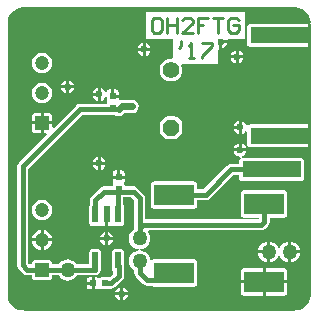
<source format=gbl>
G04 Layer_Physical_Order=2*
G04 Layer_Color=16711680*
%FSLAX44Y44*%
%MOMM*%
G71*
G01*
G75*
%ADD10R,5.0000X1.4730*%
%ADD13R,0.5000X0.6000*%
%ADD16R,5.0000X1.4000*%
%ADD19R,0.6000X0.5000*%
%ADD27C,0.4000*%
%ADD28C,0.6000*%
%ADD29C,0.2540*%
%ADD31P,1.5154X8X112.5*%
%ADD32C,1.4000*%
%ADD33R,1.2000X1.2000*%
%ADD34C,1.2000*%
%ADD35C,0.6000*%
%ADD36C,1.2700*%
%ADD37R,3.4000X1.8000*%
%ADD38R,0.5000X1.4730*%
G36*
X245376Y254737D02*
X247919Y253683D01*
X250208Y252154D01*
X252154Y250208D01*
X253683Y247919D01*
X254737Y245376D01*
X255274Y242676D01*
Y242345D01*
X254004Y241319D01*
X254000Y241320D01*
X204000D01*
X203009Y241123D01*
X202169Y240561D01*
X201607Y239721D01*
X201410Y238730D01*
Y224730D01*
X201607Y223739D01*
X202169Y222899D01*
X203009Y222337D01*
X204000Y222140D01*
X254000D01*
X254004Y222141D01*
X255274Y221115D01*
Y157345D01*
X254004Y156319D01*
X254000Y156320D01*
X204000D01*
X203009Y156123D01*
X202169Y155561D01*
X202152Y155536D01*
X200804Y155805D01*
X200799Y155832D01*
X199574Y157664D01*
X197742Y158889D01*
X196850Y159066D01*
Y153670D01*
Y148274D01*
X197742Y148451D01*
X199574Y149676D01*
X200140Y150523D01*
X201410Y150138D01*
Y139730D01*
X201607Y138739D01*
X202169Y137899D01*
X203009Y137337D01*
X204000Y137140D01*
X254000D01*
X254004Y137141D01*
X255274Y136115D01*
Y12700D01*
Y11324D01*
X254737Y8624D01*
X253683Y6081D01*
X252154Y3792D01*
X250208Y1846D01*
X247919Y317D01*
X245376Y-737D01*
X242676Y-1274D01*
X11324D01*
X8624Y-737D01*
X6081Y317D01*
X3792Y1846D01*
X1846Y3792D01*
X317Y6081D01*
X-737Y8624D01*
X-1274Y11324D01*
Y12700D01*
Y241300D01*
Y242676D01*
X-737Y245376D01*
X317Y247919D01*
X1846Y250208D01*
X3792Y252154D01*
X6081Y253683D01*
X8624Y254737D01*
X11324Y255274D01*
X242676D01*
X245376Y254737D01*
D02*
G37*
%LPC*%
G36*
X87946Y58420D02*
X83820D01*
Y54294D01*
X84712Y54471D01*
X86544Y55696D01*
X87769Y57528D01*
X87946Y58420D01*
D02*
G37*
G36*
X26670Y66866D02*
X25711Y66740D01*
X23633Y65880D01*
X21849Y64511D01*
X20480Y62727D01*
X19620Y60649D01*
X19493Y59690D01*
X26670D01*
Y66866D01*
D02*
G37*
G36*
X29210D02*
Y59690D01*
X36386D01*
X36260Y60649D01*
X35400Y62727D01*
X34031Y64511D01*
X32247Y65880D01*
X30169Y66740D01*
X29210Y66866D01*
D02*
G37*
G36*
X81280Y58420D02*
X77154D01*
X77331Y57528D01*
X78556Y55696D01*
X80388Y54471D01*
X81280Y54294D01*
Y58420D01*
D02*
G37*
G36*
X26670Y57150D02*
X19493D01*
X19620Y56191D01*
X20480Y54113D01*
X21849Y52329D01*
X23633Y50960D01*
X25711Y50100D01*
X26670Y49974D01*
Y57150D01*
D02*
G37*
G36*
X36386D02*
X29210D01*
Y49974D01*
X30169Y50100D01*
X32247Y50960D01*
X34031Y52329D01*
X35400Y54113D01*
X36260Y56191D01*
X36386Y57150D01*
D02*
G37*
G36*
X236220Y57059D02*
X235169Y56921D01*
X233007Y56025D01*
X231150Y54600D01*
X229725Y52743D01*
X229287Y51688D01*
X227913D01*
X227475Y52743D01*
X226050Y54600D01*
X224193Y56025D01*
X222031Y56921D01*
X220980Y57059D01*
Y48260D01*
Y39460D01*
X222031Y39599D01*
X224193Y40495D01*
X226050Y41920D01*
X227475Y43777D01*
X227913Y44832D01*
X229287D01*
X229725Y43777D01*
X231150Y41920D01*
X233007Y40495D01*
X235169Y39599D01*
X236220Y39460D01*
Y48260D01*
Y57059D01*
D02*
G37*
G36*
X81280Y65086D02*
X80388Y64909D01*
X78556Y63684D01*
X77331Y61852D01*
X77154Y60960D01*
X81280D01*
Y65086D01*
D02*
G37*
G36*
X95210Y117270D02*
X93980D01*
Y112950D01*
X97800D01*
Y114680D01*
X97603Y115671D01*
X97041Y116511D01*
X96201Y117073D01*
X95210Y117270D01*
D02*
G37*
G36*
X74930Y121920D02*
X70804D01*
X70981Y121028D01*
X72206Y119196D01*
X74038Y117971D01*
X74930Y117794D01*
Y121920D01*
D02*
G37*
G36*
X81596D02*
X77470D01*
Y117794D01*
X78362Y117971D01*
X80194Y119196D01*
X81419Y121028D01*
X81596Y121920D01*
D02*
G37*
G36*
X91440Y117270D02*
X90210D01*
X89219Y117073D01*
X88379Y116511D01*
X87817Y115671D01*
X87620Y114680D01*
Y112950D01*
X91440D01*
Y117270D01*
D02*
G37*
G36*
X83820Y65086D02*
Y60960D01*
X87946D01*
X87769Y61852D01*
X86544Y63684D01*
X84712Y64909D01*
X83820Y65086D01*
D02*
G37*
G36*
X27940Y92434D02*
X25711Y92140D01*
X23633Y91280D01*
X21849Y89911D01*
X20480Y88127D01*
X19620Y86049D01*
X19326Y83820D01*
X19620Y81591D01*
X20480Y79513D01*
X21849Y77729D01*
X23633Y76360D01*
X25711Y75500D01*
X27940Y75206D01*
X30169Y75500D01*
X32247Y76360D01*
X34031Y77729D01*
X35400Y79513D01*
X36260Y81591D01*
X36554Y83820D01*
X36260Y86049D01*
X35400Y88127D01*
X34031Y89911D01*
X32247Y91280D01*
X30169Y92140D01*
X27940Y92434D01*
D02*
G37*
G36*
X97800Y110410D02*
X92710D01*
X87620D01*
Y108680D01*
X87817Y107689D01*
X88379Y106849D01*
Y106511D01*
X87817Y105671D01*
X87620Y104680D01*
Y103689D01*
X80010D01*
X80010Y103689D01*
X78239Y103337D01*
X76737Y102333D01*
X76737Y102333D01*
X69777Y95373D01*
X68773Y93871D01*
X68421Y92100D01*
X68421Y92100D01*
Y88761D01*
X68157Y88366D01*
X67960Y87375D01*
Y72645D01*
X68157Y71654D01*
X68719Y70814D01*
X69559Y70252D01*
X70550Y70055D01*
X75550D01*
X76541Y70252D01*
X76904Y70495D01*
X78219Y70814D01*
X79059Y70252D01*
X80050Y70055D01*
X81280D01*
Y80010D01*
X83820D01*
Y70055D01*
X85050D01*
X86041Y70252D01*
X86404Y70495D01*
X87300Y70712D01*
X88196Y70495D01*
X88559Y70252D01*
X89550Y70055D01*
X94550D01*
X95541Y70252D01*
X96381Y70814D01*
X96943Y71654D01*
X97140Y72645D01*
Y87375D01*
X96943Y88366D01*
X96679Y88761D01*
Y94431D01*
X103443D01*
X105861Y92013D01*
Y68580D01*
X105861Y68580D01*
X105861Y68580D01*
Y67344D01*
X104150Y66030D01*
X102725Y64173D01*
X101829Y62011D01*
X101523Y59690D01*
X101829Y57369D01*
X102725Y55207D01*
X104150Y53350D01*
X106007Y51925D01*
X108169Y51029D01*
X109845Y50808D01*
X109866Y50805D01*
Y49525D01*
X109845Y49522D01*
X108169Y49301D01*
X106007Y48405D01*
X104150Y46980D01*
X102725Y45123D01*
X101829Y42961D01*
X101523Y40640D01*
X101829Y38319D01*
X102725Y36157D01*
X104150Y34300D01*
X105861Y32986D01*
Y30480D01*
X105861Y30480D01*
X106213Y28709D01*
X107217Y27207D01*
X113547Y20877D01*
X113547Y20877D01*
X115049Y19873D01*
X116820Y19521D01*
X121060D01*
X121709Y19087D01*
X122700Y18890D01*
X156700D01*
X157691Y19087D01*
X158531Y19649D01*
X159093Y20489D01*
X159290Y21480D01*
Y39480D01*
X159093Y40471D01*
X158531Y41311D01*
X157691Y41873D01*
X156700Y42070D01*
X122700D01*
X121709Y41873D01*
X120869Y41311D01*
X120685Y41037D01*
X119364Y41345D01*
X119151Y42961D01*
X118255Y45123D01*
X116830Y46980D01*
X114973Y48405D01*
X112811Y49301D01*
X111135Y49522D01*
X111114Y49525D01*
Y50805D01*
X111135Y50808D01*
X112811Y51029D01*
X114973Y51925D01*
X116830Y53350D01*
X118255Y55207D01*
X119151Y57369D01*
X119457Y59690D01*
X119151Y62011D01*
X118255Y64173D01*
X117451Y65221D01*
X118078Y66491D01*
X213360D01*
X213360Y66491D01*
X215131Y66843D01*
X216633Y67847D01*
X219173Y70387D01*
X219173Y70387D01*
X220177Y71889D01*
X220529Y73660D01*
X220529Y73660D01*
Y77290D01*
X232900D01*
X233891Y77487D01*
X234731Y78049D01*
X235293Y78889D01*
X235490Y79880D01*
Y97880D01*
X235293Y98871D01*
X234731Y99711D01*
X233891Y100273D01*
X232900Y100470D01*
X198900D01*
X197909Y100273D01*
X197069Y99711D01*
X196507Y98871D01*
X196310Y97880D01*
Y79880D01*
X196507Y78889D01*
X197069Y78049D01*
X197909Y77487D01*
X198900Y77290D01*
X211271D01*
Y75749D01*
X115119D01*
Y93980D01*
X114767Y95751D01*
X113763Y97253D01*
X113612Y97354D01*
X108633Y102333D01*
X107131Y103337D01*
X105360Y103689D01*
X105360Y103689D01*
X97800D01*
Y104680D01*
X97603Y105671D01*
X97041Y106511D01*
Y106849D01*
X97603Y107689D01*
X97800Y108680D01*
Y110410D01*
D02*
G37*
G36*
X93980Y18096D02*
X93088Y17919D01*
X91256Y16694D01*
X90031Y14862D01*
X89854Y13970D01*
X93980D01*
Y18096D01*
D02*
G37*
G36*
X96520D02*
Y13970D01*
X100646D01*
X100469Y14862D01*
X99244Y16694D01*
X97412Y17919D01*
X96520Y18096D01*
D02*
G37*
G36*
X69930Y20320D02*
X65610D01*
Y19090D01*
X65807Y18099D01*
X66369Y17259D01*
X67209Y16697D01*
X68200Y16500D01*
X69930D01*
Y20320D01*
D02*
G37*
G36*
X235490Y21610D02*
X217170D01*
Y11290D01*
X232900D01*
X233891Y11487D01*
X234731Y12049D01*
X235293Y12889D01*
X235490Y13880D01*
Y21610D01*
D02*
G37*
G36*
X93980Y11430D02*
X89854D01*
X90031Y10538D01*
X91256Y8706D01*
X93088Y7481D01*
X93980Y7304D01*
Y11430D01*
D02*
G37*
G36*
X100646D02*
X96520D01*
Y7304D01*
X97412Y7481D01*
X99244Y8706D01*
X100469Y10538D01*
X100646Y11430D01*
D02*
G37*
G36*
X214630Y21610D02*
X196310D01*
Y13880D01*
X196507Y12889D01*
X197069Y12049D01*
X197909Y11487D01*
X198900Y11290D01*
X214630D01*
Y21610D01*
D02*
G37*
G36*
X69930Y26680D02*
X68200D01*
X67209Y26483D01*
X66369Y25921D01*
X65807Y25081D01*
X65610Y24090D01*
Y22860D01*
X69930D01*
Y26680D01*
D02*
G37*
G36*
X246290Y46990D02*
X238760D01*
Y39460D01*
X239811Y39599D01*
X241973Y40495D01*
X243830Y41920D01*
X245255Y43777D01*
X246151Y45939D01*
X246290Y46990D01*
D02*
G37*
G36*
X218440Y57059D02*
X217389Y56921D01*
X215227Y56025D01*
X213370Y54600D01*
X211945Y52743D01*
X211049Y50581D01*
X210910Y49530D01*
X218440D01*
Y57059D01*
D02*
G37*
G36*
X238760D02*
Y49530D01*
X246290D01*
X246151Y50581D01*
X245255Y52743D01*
X243830Y54600D01*
X241973Y56025D01*
X239811Y56921D01*
X238760Y57059D01*
D02*
G37*
G36*
X218440Y46990D02*
X210910D01*
X211049Y45939D01*
X211945Y43777D01*
X213370Y41920D01*
X215227Y40495D01*
X217389Y39599D01*
X218440Y39460D01*
Y46990D01*
D02*
G37*
G36*
X214630Y34470D02*
X198900D01*
X197909Y34273D01*
X197069Y33711D01*
X196507Y32871D01*
X196310Y31880D01*
Y24150D01*
X214630D01*
Y34470D01*
D02*
G37*
G36*
X232900D02*
X217170D01*
Y24150D01*
X235490D01*
Y31880D01*
X235293Y32871D01*
X234731Y33711D01*
X233891Y34273D01*
X232900Y34470D01*
D02*
G37*
G36*
X94550Y50965D02*
X89550D01*
X88559Y50768D01*
X87719Y50206D01*
X87157Y49366D01*
X86960Y48375D01*
Y33645D01*
X87157Y32654D01*
X87719Y31814D01*
X88081Y31572D01*
Y29857D01*
X84787Y26563D01*
X84200Y26680D01*
X78200D01*
X77209Y26483D01*
X76369Y25921D01*
X76031D01*
X75191Y26483D01*
X74200Y26680D01*
X72470D01*
Y21590D01*
Y16500D01*
X74200D01*
X75191Y16697D01*
X76031Y17259D01*
X76369D01*
X77209Y16697D01*
X78200Y16500D01*
X84200D01*
X85191Y16697D01*
X85586Y16961D01*
X86360D01*
X86360Y16961D01*
X88131Y17313D01*
X89633Y18317D01*
X95983Y24667D01*
X95983Y24667D01*
X96987Y26168D01*
X97339Y27940D01*
Y35980D01*
X97140Y36981D01*
Y48375D01*
X96943Y49366D01*
X96381Y50206D01*
X95541Y50768D01*
X94550Y50965D01*
D02*
G37*
G36*
X200976Y133350D02*
X190184D01*
X190361Y132458D01*
X191586Y130626D01*
X193418Y129401D01*
X195580Y128972D01*
X195892Y129033D01*
X196259Y127868D01*
X195419Y127306D01*
X194857Y126466D01*
X194660Y125475D01*
Y122739D01*
X187960D01*
X187960Y122739D01*
X186189Y122387D01*
X184687Y121383D01*
X184687Y121383D01*
X164413Y101109D01*
X159290D01*
Y105480D01*
X159093Y106471D01*
X158531Y107311D01*
X157691Y107873D01*
X156700Y108070D01*
X122700D01*
X121709Y107873D01*
X120869Y107311D01*
X120307Y106471D01*
X120110Y105480D01*
Y87480D01*
X120307Y86489D01*
X120869Y85649D01*
X121709Y85087D01*
X122700Y84890D01*
X156700D01*
X157691Y85087D01*
X158531Y85649D01*
X159093Y86489D01*
X159290Y87480D01*
Y91851D01*
X166330D01*
X166330Y91851D01*
X168102Y92203D01*
X169603Y93207D01*
X189877Y113481D01*
X194660D01*
Y110745D01*
X194857Y109754D01*
X195419Y108914D01*
X196259Y108352D01*
X197250Y108155D01*
X247250D01*
X248241Y108352D01*
X249081Y108914D01*
X249643Y109754D01*
X249840Y110745D01*
Y125475D01*
X249643Y126466D01*
X249081Y127306D01*
X248241Y127868D01*
X247250Y128065D01*
X197531D01*
X197406Y129335D01*
X197742Y129401D01*
X199574Y130626D01*
X200799Y132458D01*
X200976Y133350D01*
D02*
G37*
G36*
X27940Y216894D02*
X25711Y216600D01*
X23633Y215740D01*
X21849Y214371D01*
X20480Y212587D01*
X19620Y210509D01*
X19326Y208280D01*
X19620Y206051D01*
X20480Y203973D01*
X21849Y202189D01*
X23633Y200820D01*
X25711Y199960D01*
X27940Y199666D01*
X30169Y199960D01*
X32247Y200820D01*
X34031Y202189D01*
X35400Y203973D01*
X36260Y206051D01*
X36554Y208280D01*
X36260Y210509D01*
X35400Y212587D01*
X34031Y214371D01*
X32247Y215740D01*
X30169Y216600D01*
X27940Y216894D01*
D02*
G37*
G36*
X191770Y212090D02*
X187644D01*
X187821Y211198D01*
X189046Y209366D01*
X190878Y208141D01*
X191770Y207964D01*
Y212090D01*
D02*
G37*
G36*
X198436D02*
X194310D01*
Y207964D01*
X195202Y208141D01*
X197034Y209366D01*
X198259Y211198D01*
X198436Y212090D01*
D02*
G37*
G36*
X50800Y193356D02*
Y189230D01*
X54926D01*
X54749Y190122D01*
X53524Y191954D01*
X51692Y193179D01*
X50800Y193356D01*
D02*
G37*
G36*
X54926Y186690D02*
X50800D01*
Y182564D01*
X51692Y182741D01*
X53524Y183966D01*
X54749Y185798D01*
X54926Y186690D01*
D02*
G37*
G36*
X74930Y187006D02*
X74038Y186829D01*
X72206Y185604D01*
X70981Y183772D01*
X70804Y182880D01*
X74930D01*
Y187006D01*
D02*
G37*
G36*
X48260Y193356D02*
X47368Y193179D01*
X45536Y191954D01*
X44311Y190122D01*
X44134Y189230D01*
X48260D01*
Y193356D01*
D02*
G37*
G36*
X199373Y251756D02*
X115570D01*
Y228600D01*
X138430D01*
Y212618D01*
X137475Y211781D01*
X137160Y211822D01*
X134670Y211494D01*
X132349Y210533D01*
X130356Y209004D01*
X128827Y207011D01*
X127866Y204690D01*
X127538Y202200D01*
X127866Y199710D01*
X128827Y197389D01*
X130356Y195396D01*
X132349Y193867D01*
X134670Y192906D01*
X137160Y192578D01*
X139650Y192906D01*
X141971Y193867D01*
X143964Y195396D01*
X145493Y197389D01*
X146454Y199710D01*
X146782Y202200D01*
X146454Y204690D01*
X145931Y205954D01*
X146637Y207010D01*
X176748D01*
Y219579D01*
X177800Y220442D01*
Y226060D01*
X179070D01*
Y227330D01*
X184466D01*
X185447Y228600D01*
X199373D01*
Y251756D01*
D02*
G37*
G36*
X184466Y224790D02*
X180340D01*
Y220664D01*
X181232Y220841D01*
X183064Y222066D01*
X184289Y223898D01*
X184466Y224790D01*
D02*
G37*
G36*
X113030Y225106D02*
X112138Y224929D01*
X110306Y223704D01*
X109081Y221872D01*
X108904Y220980D01*
X113030D01*
Y225106D01*
D02*
G37*
G36*
X115570D02*
Y220980D01*
X119696D01*
X119519Y221872D01*
X118294Y223704D01*
X116462Y224929D01*
X115570Y225106D01*
D02*
G37*
G36*
X194310Y218756D02*
Y214630D01*
X198436D01*
X198259Y215522D01*
X197034Y217354D01*
X195202Y218579D01*
X194310Y218756D01*
D02*
G37*
G36*
X113030Y218440D02*
X108904D01*
X109081Y217548D01*
X110306Y215716D01*
X112138Y214491D01*
X113030Y214314D01*
Y218440D01*
D02*
G37*
G36*
X119696D02*
X115570D01*
Y214314D01*
X116462Y214491D01*
X118294Y215716D01*
X119519Y217548D01*
X119696Y218440D01*
D02*
G37*
G36*
X191770Y218756D02*
X190878Y218579D01*
X189046Y217354D01*
X187821Y215522D01*
X187644Y214630D01*
X191770D01*
Y218756D01*
D02*
G37*
G36*
X140660Y162990D02*
X133660D01*
X132669Y162793D01*
X131829Y162231D01*
X128329Y158731D01*
X127767Y157891D01*
X127570Y156900D01*
Y149900D01*
X127767Y148909D01*
X128329Y148069D01*
X131829Y144569D01*
X132669Y144007D01*
X133660Y143810D01*
X140660D01*
X141651Y144007D01*
X142491Y144569D01*
X145991Y148069D01*
X146553Y148909D01*
X146750Y149900D01*
Y156900D01*
X146553Y157891D01*
X145991Y158731D01*
X142491Y162231D01*
X141651Y162793D01*
X140660Y162990D01*
D02*
G37*
G36*
X194310Y152400D02*
X190184D01*
X190361Y151508D01*
X191586Y149676D01*
X193418Y148451D01*
X194310Y148274D01*
Y152400D01*
D02*
G37*
G36*
X26670Y156210D02*
X19350D01*
Y151480D01*
X19547Y150489D01*
X20109Y149649D01*
X20949Y149087D01*
X21940Y148890D01*
X26670D01*
Y156210D01*
D02*
G37*
G36*
X196850Y140016D02*
Y135890D01*
X200976D01*
X200799Y136782D01*
X199574Y138614D01*
X197742Y139839D01*
X196850Y140016D01*
D02*
G37*
G36*
X74930Y128586D02*
X74038Y128409D01*
X72206Y127184D01*
X70981Y125352D01*
X70804Y124460D01*
X74930D01*
Y128586D01*
D02*
G37*
G36*
X77470D02*
Y124460D01*
X81596D01*
X81419Y125352D01*
X80194Y127184D01*
X78362Y128409D01*
X77470Y128586D01*
D02*
G37*
G36*
X194310Y140016D02*
X193418Y139839D01*
X191586Y138614D01*
X190361Y136782D01*
X190184Y135890D01*
X194310D01*
Y140016D01*
D02*
G37*
G36*
Y159066D02*
X193418Y158889D01*
X191586Y157664D01*
X190361Y155832D01*
X190184Y154940D01*
X194310D01*
Y159066D01*
D02*
G37*
G36*
X74930Y180340D02*
X70804D01*
X70981Y179448D01*
X72206Y177616D01*
X74038Y176391D01*
X74930Y176214D01*
Y180340D01*
D02*
G37*
G36*
X90130Y185850D02*
X88900D01*
Y181530D01*
X92720D01*
Y183260D01*
X92523Y184251D01*
X91961Y185091D01*
X91121Y185653D01*
X90130Y185850D01*
D02*
G37*
G36*
X48260Y186690D02*
X44134D01*
X44311Y185798D01*
X45536Y183966D01*
X47368Y182741D01*
X48260Y182564D01*
Y186690D01*
D02*
G37*
G36*
X27940Y191494D02*
X25711Y191200D01*
X23633Y190340D01*
X21849Y188971D01*
X20480Y187187D01*
X19620Y185109D01*
X19326Y182880D01*
X19620Y180651D01*
X20480Y178573D01*
X21849Y176789D01*
X23633Y175420D01*
X25711Y174560D01*
X27940Y174266D01*
X30169Y174560D01*
X32247Y175420D01*
X34031Y176789D01*
X35400Y178573D01*
X36260Y180651D01*
X36554Y182880D01*
X36260Y185109D01*
X35400Y187187D01*
X34031Y188971D01*
X32247Y190340D01*
X30169Y191200D01*
X27940Y191494D01*
D02*
G37*
G36*
X26670Y166070D02*
X21940D01*
X20949Y165873D01*
X20109Y165311D01*
X19547Y164471D01*
X19350Y163480D01*
Y158750D01*
X26670D01*
Y166070D01*
D02*
G37*
G36*
X33940D02*
X29210D01*
Y158750D01*
X36530D01*
Y163480D01*
X36333Y164471D01*
X35771Y165311D01*
X34931Y165873D01*
X33940Y166070D01*
D02*
G37*
G36*
X77470Y187006D02*
Y181610D01*
Y176214D01*
X78362Y176391D01*
X80194Y177616D01*
X81270Y179226D01*
X82321Y179100D01*
X82540Y179015D01*
Y177260D01*
X82737Y176269D01*
X83299Y175429D01*
Y175091D01*
X82737Y174251D01*
X82596Y173539D01*
X59690D01*
X59690Y173539D01*
X57919Y173187D01*
X56417Y172183D01*
X56417Y172183D01*
X37703Y153469D01*
X36530Y153955D01*
Y156210D01*
X29210D01*
Y148890D01*
X31465D01*
X31951Y147717D01*
X8157Y123923D01*
X7153Y122421D01*
X6801Y120650D01*
X6801Y120650D01*
Y36830D01*
X6801Y36830D01*
X7153Y35059D01*
X8157Y33557D01*
X11967Y29747D01*
X13469Y28743D01*
X15240Y28391D01*
X15240Y28391D01*
X19350D01*
Y27020D01*
X19547Y26029D01*
X20109Y25189D01*
X20949Y24627D01*
X21940Y24430D01*
X33940D01*
X34931Y24627D01*
X35771Y25189D01*
X36333Y26029D01*
X36530Y27020D01*
Y28391D01*
X41876D01*
X43190Y26680D01*
X45047Y25255D01*
X47209Y24359D01*
X49530Y24053D01*
X51851Y24359D01*
X54013Y25255D01*
X55870Y26680D01*
X57184Y28391D01*
X72390D01*
X72390Y28391D01*
X74161Y28743D01*
X75663Y29747D01*
X76323Y30407D01*
X77168Y31671D01*
X77381Y31814D01*
X77943Y32654D01*
X78140Y33645D01*
Y48375D01*
X77943Y49366D01*
X77381Y50206D01*
X76541Y50768D01*
X75550Y50965D01*
X70550D01*
X69559Y50768D01*
X68719Y50206D01*
X68157Y49366D01*
X67960Y48375D01*
Y37649D01*
X57184D01*
X55870Y39360D01*
X54013Y40785D01*
X51851Y41681D01*
X49530Y41987D01*
X47209Y41681D01*
X45047Y40785D01*
X43190Y39360D01*
X41876Y37649D01*
X36530D01*
Y39020D01*
X36333Y40011D01*
X35771Y40851D01*
X34931Y41413D01*
X33940Y41610D01*
X21940D01*
X20949Y41413D01*
X20109Y40851D01*
X19547Y40011D01*
X19350Y39020D01*
Y37649D01*
X17157D01*
X16059Y38747D01*
Y118733D01*
X61607Y164281D01*
X89666D01*
X90548Y163691D01*
X92710Y163261D01*
X94872Y163691D01*
X96704Y164916D01*
X97590Y165802D01*
X104140D01*
X106302Y166231D01*
X108134Y167456D01*
X109359Y169288D01*
X109789Y171450D01*
X109359Y173612D01*
X108134Y175444D01*
X106302Y176669D01*
X104140Y177099D01*
X95250D01*
X93930Y176836D01*
X93687Y176921D01*
X92720Y177833D01*
Y178990D01*
X87630D01*
Y180260D01*
X86360D01*
Y185850D01*
X85130D01*
X84139Y185653D01*
X83299Y185091D01*
X82737Y184251D01*
X82678Y183951D01*
X81708Y183813D01*
X81363Y183854D01*
X80194Y185604D01*
X78362Y186829D01*
X77470Y187006D01*
D02*
G37*
%LPD*%
D10*
X222250Y118110D02*
D03*
D13*
X92710Y101680D02*
D03*
Y111680D02*
D03*
X87630Y180260D02*
D03*
Y170260D02*
D03*
D16*
X229000Y231730D02*
D03*
Y146730D02*
D03*
D19*
X81200Y21590D02*
D03*
X71200D02*
D03*
D27*
X213360Y71120D02*
X215900Y73660D01*
X113030Y71120D02*
X213360D01*
X110490Y68580D02*
X113030Y71120D01*
X110490Y68580D02*
Y93980D01*
Y59690D02*
Y68580D01*
X215900Y73660D02*
Y88880D01*
X73050Y92100D02*
X80010Y99060D01*
X73050Y80010D02*
Y92100D01*
X80010Y99060D02*
X91440D01*
X92050Y98450D01*
Y80010D02*
Y98450D01*
X187960Y118110D02*
X222250D01*
X166330Y96480D02*
X187960Y118110D01*
X139700Y96480D02*
X166330D01*
X86360Y21590D02*
X92710Y27940D01*
X81200Y21590D02*
X86360D01*
X92710Y27940D02*
Y35980D01*
X73050Y33680D02*
Y41010D01*
X72390Y33020D02*
X73050Y33680D01*
X49530Y33020D02*
X72390D01*
X110490Y30480D02*
Y40640D01*
Y30480D02*
X116820Y24150D01*
X138430D01*
X91440Y99060D02*
X105360D01*
X110440Y93980D01*
X110490D01*
X59690Y168910D02*
X92710D01*
X27940Y33020D02*
X49530D01*
X11430Y120650D02*
X59690Y168910D01*
X11430Y36830D02*
Y120650D01*
Y36830D02*
X15240Y33020D01*
X27940D01*
D28*
X92710Y168910D02*
X95250Y171450D01*
X104140D01*
D29*
X145676Y227252D02*
Y222920D01*
X143510Y220754D01*
X152174Y212090D02*
X156506D01*
X154340D01*
Y225086D01*
X152174Y222920D01*
X163004Y225086D02*
X171668D01*
Y222920D01*
X163004Y214256D01*
Y212090D01*
X127148Y246676D02*
X122816D01*
X120650Y244510D01*
Y235846D01*
X122816Y233680D01*
X127148D01*
X129314Y235846D01*
Y244510D01*
X127148Y246676D01*
X133646D02*
Y233680D01*
Y240178D01*
X142310D01*
Y246676D01*
Y233680D01*
X155306D02*
X146642D01*
X155306Y242344D01*
Y244510D01*
X153139Y246676D01*
X148808D01*
X146642Y244510D01*
X168301Y246676D02*
X159637D01*
Y240178D01*
X163969D01*
X159637D01*
Y233680D01*
X172633Y246676D02*
X181297D01*
X176965D01*
Y233680D01*
X194293Y244510D02*
X192127Y246676D01*
X187795D01*
X185629Y244510D01*
Y235846D01*
X187795Y233680D01*
X192127D01*
X194293Y235846D01*
Y240178D01*
X189961D01*
X12700Y254000D02*
G03*
X0Y241300I0J-12700D01*
G01*
X254000D02*
G03*
X241300Y254000I-12700J0D01*
G01*
Y0D02*
G03*
X254000Y12700I0J12700D01*
G01*
X0D02*
G03*
X12700Y0I12700J0D01*
G01*
X0Y130810D02*
Y241300D01*
X12700Y254000D02*
X241300D01*
X254000Y12700D02*
Y241300D01*
X12700Y0D02*
X241300D01*
X0Y12700D02*
Y132080D01*
D31*
X137160Y153400D02*
D03*
D32*
Y202200D02*
D03*
D33*
X27940Y157480D02*
D03*
Y33020D02*
D03*
D34*
Y182880D02*
D03*
Y208280D02*
D03*
Y58420D02*
D03*
Y83820D02*
D03*
D35*
X193040Y213360D02*
D03*
X76200Y123190D02*
D03*
X114300Y219710D02*
D03*
X195580Y153670D02*
D03*
X49530Y187960D02*
D03*
X82550Y59690D02*
D03*
X95250Y12700D02*
D03*
X104140Y171450D02*
D03*
X179070Y226060D02*
D03*
X195580Y134620D02*
D03*
X76200Y181610D02*
D03*
D36*
X237490Y48260D02*
D03*
X219710D02*
D03*
X110490Y40640D02*
D03*
Y59690D02*
D03*
X49530Y33020D02*
D03*
D37*
X215900Y22880D02*
D03*
Y88880D02*
D03*
X139700Y96480D02*
D03*
Y30480D02*
D03*
D38*
X92050Y41010D02*
D03*
X73050D02*
D03*
X92050Y80010D02*
D03*
X82550Y80010D02*
D03*
X73050Y80010D02*
D03*
M02*

</source>
